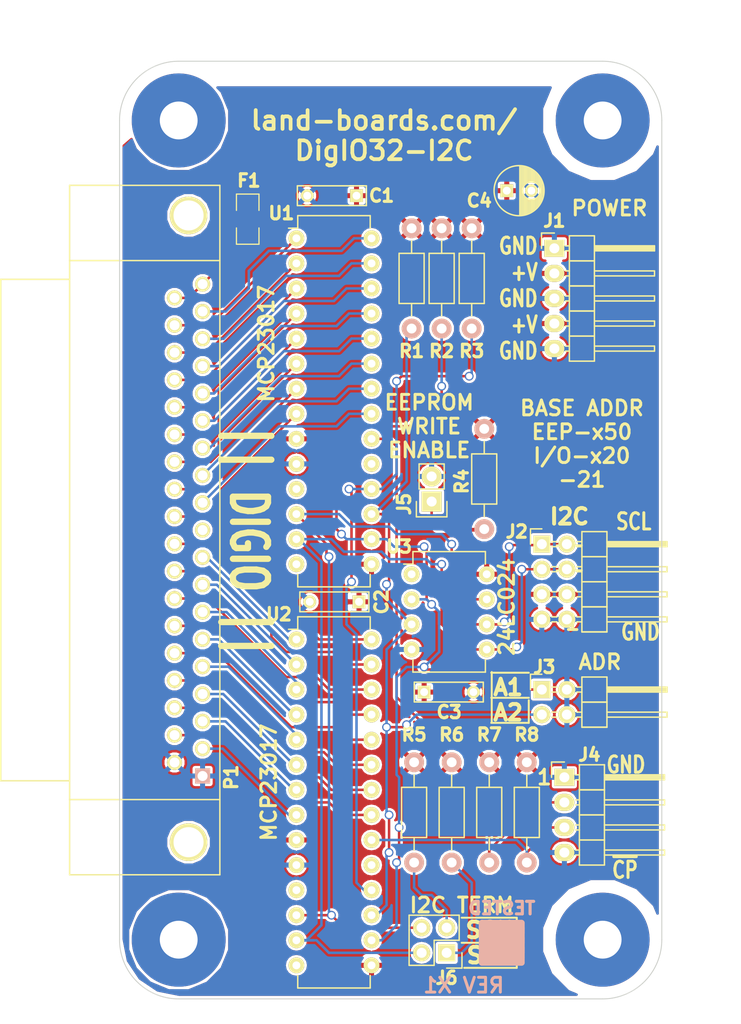
<source format=kicad_pcb>
(kicad_pcb (version 4) (host pcbnew "(after 2015-mar-04 BZR unknown)-product")
  (title_block (title "8-Channel Opto-Isolated Output I2C") (rev X1) (company land-boards.com))
  (layers (0 F.Cu signal) (31 B.Cu signal) (36 B.SilkS user) (37 F.SilkS user) (38 B.Mask user) (39 F.Mask user) (44 Edge.Cuts user))
  (net 0 "")
  (net 1 /A1)
  (net 2 /A2)
  (net 3 /SCL)
  (net 4 /SDA)
  (net 5 /VCC)
  (net 6 GND)
  (net 7 /RST)
  (net 8 /F5V)
  (net 9 "Net-(J6-Pad1)")
  (net 10 "Net-(J6-Pad3)")
  (net 11 /INT0)
  (net 12 /INT1)
  (net 13 "Net-(J5-Pad1)")
  (net 14 "Net-(P1-Pad2)")
  (net 15 "Net-(P1-Pad3)")
  (net 16 "Net-(P1-Pad4)")
  (net 17 "Net-(P1-Pad5)")
  (net 18 "Net-(P1-Pad6)")
  (net 19 "Net-(P1-Pad7)")
  (net 20 "Net-(P1-Pad8)")
  (net 21 "Net-(P1-Pad9)")
  (net 22 "Net-(P1-Pad11)")
  (net 23 "Net-(P1-Pad12)")
  (net 24 "Net-(P1-Pad13)")
  (net 25 "Net-(P1-Pad14)")
  (net 26 "Net-(P1-Pad15)")
  (net 27 "Net-(P1-Pad16)")
  (net 28 "Net-(P1-Pad17)")
  (net 29 "Net-(P1-Pad18)")
  (net 30 "Net-(P1-Pad21)")
  (net 31 "Net-(P1-Pad22)")
  (net 32 "Net-(P1-Pad23)")
  (net 33 "Net-(P1-Pad24)")
  (net 34 "Net-(P1-Pad25)")
  (net 35 "Net-(P1-Pad26)")
  (net 36 "Net-(P1-Pad27)")
  (net 37 "Net-(P1-Pad28)")
  (net 38 "Net-(P1-Pad29)")
  (net 39 "Net-(P1-Pad30)")
  (net 40 "Net-(P1-Pad31)")
  (net 41 "Net-(P1-Pad32)")
  (net 42 "Net-(P1-Pad33)")
  (net 43 "Net-(P1-Pad34)")
  (net 44 "Net-(P1-Pad35)")
  (net 45 "Net-(P1-Pad36)")
  (module MTG-6-32 (layer F.Cu) (at 16 16 180)
    (fp_text reference MTG4 hide)
    (fp_text value MTG_HOLE hide)
    (pad 1 thru_hole circle (at 0 0 180) (size 9.525 9.525) (drill 3.8354) (layers *.Cu *.Mask))
  )
  (module MTG-6-32 (layer F.Cu) (at 59 16 180)
    (fp_text reference MTG3 hide)
    (fp_text value MTG_HOLE hide)
    (pad 1 thru_hole circle (at 0 0 180) (size 9.525 9.525) (drill 3.8354) (layers *.Cu *.Mask) (clearance 1.27))
  )
  (module MTG-6-32 (layer F.Cu) (at 16 99 180)
    (fp_text reference MTG2 hide)
    (fp_text value MTG_HOLE hide)
    (pad 1 thru_hole circle (at 0 0 180) (size 9.525 9.525) (drill 3.8354) (layers *.Cu *.Mask))
  )
  (module MTG-6-32 (layer F.Cu) (at 59 99 180)
    (fp_text reference MTG1 hide)
    (fp_text value MTG_HOLE hide)
    (pad 1 thru_hole circle (at 0 0 180) (size 9.525 9.525) (drill 3.8354) (layers *.Cu *.Mask) (clearance 1.27))
  )
  (module SM1206 (layer F.Cu) (at 23 26 270)
    (fp_text reference F1 (at -3.902 -0.114 360) (layer F.SilkS) (effects (font (size 1.27 1.27) (thickness 0.3175))))
    (fp_text value FUSE hide)
    (pad 1 smd rect (at -1.651 0 270) (size 1.524 2.032) (layers F.Cu F.Mask) (net 5 /VCC))
    (pad 2 smd rect (at 1.651 0 270) (size 1.524 2.032) (layers F.Cu F.Mask) (net 8 /F5V))
  )
  (module Pin_Headers:Pin_Header_Straight_1x02 (layer F.Cu) (at 41.656 54.61 180)
    (fp_text reference J5 (at 2.794 -0.254 270) (layer F.SilkS) (effects (font (size 1.27 1.27) (thickness 0.3175))))
    (fp_text value CONN_01X02 hide)
    (pad 1 thru_hole rect (at 0 0 180) (size 2.032 2.032) (drill 1.016) (layers *.Cu *.Mask F.SilkS) (net 13 "Net-(J5-Pad1)"))
    (pad 2 thru_hole oval (at 0 2.54 180) (size 2.032 2.032) (drill 1.016) (layers *.Cu *.Mask F.SilkS) (net 6 GND))
  )
  (module Capacitors_ThroughHole:C_Rect_L7_W2_P5 (layer F.Cu) (at 34.036 23.622 180)
    (fp_text reference C1 (at -2.54 0 180) (layer F.SilkS) (effects (font (size 1.27 1.27) (thickness 0.3175))))
    (fp_text value 0.1uF hide)
    (pad 1 thru_hole rect (at 0 0 180) (size 1.3 1.3) (drill 0.8) (layers *.Cu *.Mask F.SilkS) (net 5 /VCC))
    (pad 2 thru_hole circle (at 5 0 180) (size 1.3 1.3) (drill 0.8) (layers *.Cu *.Mask F.SilkS) (net 6 GND))
  )
  (module Capacitors_ThroughHole:C_Rect_L7_W2_P5 (layer F.Cu) (at 34.29 64.77 180)
    (fp_text reference C2 (at -2.286 0 270) (layer F.SilkS) (effects (font (size 1.27 1.27) (thickness 0.3175))))
    (fp_text value 0.1uF hide)
    (pad 1 thru_hole rect (at 0 0 180) (size 1.3 1.3) (drill 0.8) (layers *.Cu *.Mask F.SilkS) (net 5 /VCC))
    (pad 2 thru_hole circle (at 5 0 180) (size 1.3 1.3) (drill 0.8) (layers *.Cu *.Mask F.SilkS) (net 6 GND))
  )
  (module Connect:DB37FC (layer F.Cu) (at 17 57.5 90)
    (fp_text reference P1 (at -25.05 4.336 90) (layer F.SilkS) (effects (font (size 1.27 1.27) (thickness 0.3175))))
    (fp_text value DB37 hide)
    (pad 1 thru_hole rect (at -24.9174 1.4224 270) (size 1.524 1.524) (drill 1.016) (layers *.Cu *.SilkS *.Mask) (net 6 GND))
    (pad 2 thru_hole circle (at -22.1488 1.4224 270) (size 1.524 1.524) (drill 1.016) (layers *.Cu *.Mask F.SilkS) (net 14 "Net-(P1-Pad2)"))
    (pad 3 thru_hole circle (at -19.3802 1.4224 270) (size 1.524 1.524) (drill 1.016) (layers *.Cu *.Mask F.SilkS) (net 15 "Net-(P1-Pad3)"))
    (pad 4 thru_hole circle (at -16.6116 1.4224 270) (size 1.524 1.524) (drill 1.016) (layers *.Cu *.Mask F.SilkS) (net 16 "Net-(P1-Pad4)"))
    (pad 5 thru_hole circle (at -13.843 1.4224 270) (size 1.524 1.524) (drill 1.016) (layers *.Cu *.Mask F.SilkS) (net 17 "Net-(P1-Pad5)"))
    (pad 6 thru_hole circle (at -11.0744 1.4224 270) (size 1.524 1.524) (drill 1.016) (layers *.Cu *.Mask F.SilkS) (net 18 "Net-(P1-Pad6)"))
    (pad 7 thru_hole circle (at -8.3058 1.4224 270) (size 1.524 1.524) (drill 1.016) (layers *.Cu *.Mask F.SilkS) (net 19 "Net-(P1-Pad7)"))
    (pad 8 thru_hole circle (at -5.5372 1.4224 270) (size 1.524 1.524) (drill 1.016) (layers *.Cu *.Mask F.SilkS) (net 20 "Net-(P1-Pad8)"))
    (pad 9 thru_hole circle (at -2.7686 1.4224 270) (size 1.524 1.524) (drill 1.016) (layers *.Cu *.Mask F.SilkS) (net 21 "Net-(P1-Pad9)"))
    (pad ? thru_hole circle (at -31.623 0 270) (size 3.81 3.81) (drill 3.048) (layers *.Cu *.Mask F.SilkS))
    (pad ? thru_hole circle (at 31.877 0 270) (size 3.81 3.81) (drill 3.048) (layers *.Cu *.Mask F.SilkS))
    (pad 10 thru_hole circle (at 0 1.4224 270) (size 1.524 1.524) (drill 1.016) (layers *.Cu *.Mask F.SilkS))
    (pad 11 thru_hole circle (at 2.7686 1.4224 270) (size 1.524 1.524) (drill 1.016) (layers *.Cu *.Mask F.SilkS) (net 22 "Net-(P1-Pad11)"))
    (pad 12 thru_hole circle (at 5.5372 1.4224 270) (size 1.524 1.524) (drill 1.016) (layers *.Cu *.Mask F.SilkS) (net 23 "Net-(P1-Pad12)"))
    (pad 13 thru_hole circle (at 8.3058 1.4224 270) (size 1.524 1.524) (drill 1.016) (layers *.Cu *.Mask F.SilkS) (net 24 "Net-(P1-Pad13)"))
    (pad 14 thru_hole circle (at 11.0744 1.4224 270) (size 1.524 1.524) (drill 1.016) (layers *.Cu *.Mask F.SilkS) (net 25 "Net-(P1-Pad14)"))
    (pad 15 thru_hole circle (at 13.843 1.4224 270) (size 1.524 1.524) (drill 1.016) (layers *.Cu *.Mask F.SilkS) (net 26 "Net-(P1-Pad15)"))
    (pad 16 thru_hole circle (at 16.6116 1.4224 270) (size 1.524 1.524) (drill 1.016) (layers *.Cu *.Mask F.SilkS) (net 27 "Net-(P1-Pad16)"))
    (pad 17 thru_hole circle (at 19.3802 1.4224 270) (size 1.524 1.524) (drill 1.016) (layers *.Cu *.Mask F.SilkS) (net 28 "Net-(P1-Pad17)"))
    (pad 18 thru_hole circle (at 22.1488 1.4224 270) (size 1.524 1.524) (drill 1.016) (layers *.Cu *.Mask F.SilkS) (net 29 "Net-(P1-Pad18)"))
    (pad 19 thru_hole circle (at 24.9174 1.4224 270) (size 1.524 1.524) (drill 1.016) (layers *.Cu *.Mask F.SilkS) (net 8 /F5V))
    (pad 20 thru_hole circle (at -23.5458 -1.4224 270) (size 1.524 1.524) (drill 1.016) (layers *.Cu *.Mask F.SilkS) (net 6 GND))
    (pad 21 thru_hole circle (at -20.7772 -1.4224 270) (size 1.524 1.524) (drill 1.016) (layers *.Cu *.Mask F.SilkS) (net 30 "Net-(P1-Pad21)"))
    (pad 22 thru_hole circle (at -18.0086 -1.4224 270) (size 1.524 1.524) (drill 1.016) (layers *.Cu *.Mask F.SilkS) (net 31 "Net-(P1-Pad22)"))
    (pad 23 thru_hole circle (at -15.24 -1.4224 270) (size 1.524 1.524) (drill 1.016) (layers *.Cu *.Mask F.SilkS) (net 32 "Net-(P1-Pad23)"))
    (pad 24 thru_hole circle (at -12.4714 -1.4224 270) (size 1.524 1.524) (drill 1.016) (layers *.Cu *.Mask F.SilkS) (net 33 "Net-(P1-Pad24)"))
    (pad 25 thru_hole circle (at -9.7028 -1.4224 270) (size 1.524 1.524) (drill 1.016) (layers *.Cu *.Mask F.SilkS) (net 34 "Net-(P1-Pad25)"))
    (pad 26 thru_hole circle (at -6.9342 -1.4224 270) (size 1.524 1.524) (drill 1.016) (layers *.Cu *.Mask F.SilkS) (net 35 "Net-(P1-Pad26)"))
    (pad 27 thru_hole circle (at -4.1656 -1.4224 270) (size 1.524 1.524) (drill 1.016) (layers *.Cu *.Mask F.SilkS) (net 36 "Net-(P1-Pad27)"))
    (pad 28 thru_hole circle (at -1.397 -1.4224 270) (size 1.524 1.524) (drill 1.016) (layers *.Cu *.Mask F.SilkS) (net 37 "Net-(P1-Pad28)"))
    (pad 29 thru_hole circle (at 1.3716 -1.4224 270) (size 1.524 1.524) (drill 1.016) (layers *.Cu *.Mask F.SilkS) (net 38 "Net-(P1-Pad29)"))
    (pad 30 thru_hole circle (at 4.1402 -1.4224 270) (size 1.524 1.524) (drill 1.016) (layers *.Cu *.Mask F.SilkS) (net 39 "Net-(P1-Pad30)"))
    (pad 31 thru_hole circle (at 6.9088 -1.4224 270) (size 1.524 1.524) (drill 1.016) (layers *.Cu *.Mask F.SilkS) (net 40 "Net-(P1-Pad31)"))
    (pad 32 thru_hole circle (at 9.6774 -1.4224 270) (size 1.524 1.524) (drill 1.016) (layers *.Cu *.Mask F.SilkS) (net 41 "Net-(P1-Pad32)"))
    (pad 33 thru_hole circle (at 12.446 -1.4224 270) (size 1.524 1.524) (drill 1.016) (layers *.Cu *.Mask F.SilkS) (net 42 "Net-(P1-Pad33)"))
    (pad 34 thru_hole circle (at 15.2146 -1.4224 270) (size 1.524 1.524) (drill 1.016) (layers *.Cu *.Mask F.SilkS) (net 43 "Net-(P1-Pad34)"))
    (pad 35 thru_hole circle (at 17.9832 -1.4224 270) (size 1.524 1.524) (drill 1.016) (layers *.Cu *.Mask F.SilkS) (net 44 "Net-(P1-Pad35)"))
    (pad 36 thru_hole circle (at 20.7518 -1.4224 270) (size 1.524 1.524) (drill 1.016) (layers *.Cu *.Mask F.SilkS) (net 45 "Net-(P1-Pad36)"))
    (pad 37 thru_hole circle (at 23.5204 -1.4224 270) (size 1.524 1.524) (drill 1.016) (layers *.Cu *.Mask F.SilkS) (net 8 /F5V))
  )
  (module Housings_DIP:DIP-28_W7.62mm (layer F.Cu) (at 27.94 68.58)
    (fp_text reference U2 (at -1.778 -2.54) (layer F.SilkS) (effects (font (size 1.27 1.27) (thickness 0.3175))))
    (fp_text value MCP23017P hide)
    (pad 1 thru_hole oval (at 0 0) (size 1.6 1.6) (drill 0.8) (layers *.Cu *.Mask F.SilkS) (net 21 "Net-(P1-Pad9)"))
    (pad 2 thru_hole oval (at 0 2.54) (size 1.6 1.6) (drill 0.8) (layers *.Cu *.Mask F.SilkS) (net 20 "Net-(P1-Pad8)"))
    (pad 3 thru_hole oval (at 0 5.08) (size 1.6 1.6) (drill 0.8) (layers *.Cu *.Mask F.SilkS) (net 19 "Net-(P1-Pad7)"))
    (pad 4 thru_hole oval (at 0 7.62) (size 1.6 1.6) (drill 0.8) (layers *.Cu *.Mask F.SilkS) (net 18 "Net-(P1-Pad6)"))
    (pad 5 thru_hole oval (at 0 10.16) (size 1.6 1.6) (drill 0.8) (layers *.Cu *.Mask F.SilkS) (net 17 "Net-(P1-Pad5)"))
    (pad 6 thru_hole oval (at 0 12.7) (size 1.6 1.6) (drill 0.8) (layers *.Cu *.Mask F.SilkS) (net 16 "Net-(P1-Pad4)"))
    (pad 7 thru_hole oval (at 0 15.24) (size 1.6 1.6) (drill 0.8) (layers *.Cu *.Mask F.SilkS) (net 15 "Net-(P1-Pad3)"))
    (pad 8 thru_hole oval (at 0 17.78) (size 1.6 1.6) (drill 0.8) (layers *.Cu *.Mask F.SilkS) (net 14 "Net-(P1-Pad2)"))
    (pad 9 thru_hole oval (at 0 20.32) (size 1.6 1.6) (drill 0.8) (layers *.Cu *.Mask F.SilkS) (net 5 /VCC))
    (pad 10 thru_hole oval (at 0 22.86) (size 1.6 1.6) (drill 0.8) (layers *.Cu *.Mask F.SilkS) (net 6 GND))
    (pad 11 thru_hole oval (at 0 25.4) (size 1.6 1.6) (drill 0.8) (layers *.Cu *.Mask F.SilkS))
    (pad 12 thru_hole oval (at 0 27.94) (size 1.6 1.6) (drill 0.8) (layers *.Cu *.Mask F.SilkS) (net 3 /SCL))
    (pad 13 thru_hole oval (at 0 30.48) (size 1.6 1.6) (drill 0.8) (layers *.Cu *.Mask F.SilkS) (net 4 /SDA))
    (pad 14 thru_hole oval (at 0 33.02) (size 1.6 1.6) (drill 0.8) (layers *.Cu *.Mask F.SilkS))
    (pad 15 thru_hole oval (at 7.62 33.02) (size 1.6 1.6) (drill 0.8) (layers *.Cu *.Mask F.SilkS) (net 5 /VCC))
    (pad 16 thru_hole oval (at 7.62 30.48) (size 1.6 1.6) (drill 0.8) (layers *.Cu *.Mask F.SilkS) (net 1 /A1))
    (pad 17 thru_hole oval (at 7.62 27.94) (size 1.6 1.6) (drill 0.8) (layers *.Cu *.Mask F.SilkS) (net 2 /A2))
    (pad 18 thru_hole oval (at 7.62 25.4) (size 1.6 1.6) (drill 0.8) (layers *.Cu *.Mask F.SilkS) (net 7 /RST))
    (pad 19 thru_hole oval (at 7.62 22.86) (size 1.6 1.6) (drill 0.8) (layers *.Cu *.Mask F.SilkS))
    (pad 20 thru_hole oval (at 7.62 20.32) (size 1.6 1.6) (drill 0.8) (layers *.Cu *.Mask F.SilkS) (net 11 /INT0))
    (pad 21 thru_hole oval (at 7.62 17.78) (size 1.6 1.6) (drill 0.8) (layers *.Cu *.Mask F.SilkS) (net 30 "Net-(P1-Pad21)"))
    (pad 22 thru_hole oval (at 7.62 15.24) (size 1.6 1.6) (drill 0.8) (layers *.Cu *.Mask F.SilkS) (net 31 "Net-(P1-Pad22)"))
    (pad 23 thru_hole oval (at 7.62 12.7) (size 1.6 1.6) (drill 0.8) (layers *.Cu *.Mask F.SilkS) (net 32 "Net-(P1-Pad23)"))
    (pad 24 thru_hole oval (at 7.62 10.16) (size 1.6 1.6) (drill 0.8) (layers *.Cu *.Mask F.SilkS) (net 33 "Net-(P1-Pad24)"))
    (pad 25 thru_hole oval (at 7.62 7.62) (size 1.6 1.6) (drill 0.8) (layers *.Cu *.Mask F.SilkS) (net 34 "Net-(P1-Pad25)"))
    (pad 26 thru_hole oval (at 7.62 5.08) (size 1.6 1.6) (drill 0.8) (layers *.Cu *.Mask F.SilkS) (net 35 "Net-(P1-Pad26)"))
    (pad 27 thru_hole oval (at 7.62 2.54) (size 1.6 1.6) (drill 0.8) (layers *.Cu *.Mask F.SilkS) (net 36 "Net-(P1-Pad27)"))
    (pad 28 thru_hole oval (at 7.62 0) (size 1.6 1.6) (drill 0.8) (layers *.Cu *.Mask F.SilkS) (net 37 "Net-(P1-Pad28)"))
  )
  (module Housings_DIP:DIP-28_W7.62mm (layer F.Cu) (at 27.94 27.94)
    (fp_text reference U1 (at -1.524 -2.54) (layer F.SilkS) (effects (font (size 1.27 1.27) (thickness 0.3175))))
    (fp_text value MCP23017P hide)
    (pad 1 thru_hole oval (at 0 0) (size 1.6 1.6) (drill 0.8) (layers *.Cu *.Mask F.SilkS) (net 45 "Net-(P1-Pad36)"))
    (pad 2 thru_hole oval (at 0 2.54) (size 1.6 1.6) (drill 0.8) (layers *.Cu *.Mask F.SilkS) (net 44 "Net-(P1-Pad35)"))
    (pad 3 thru_hole oval (at 0 5.08) (size 1.6 1.6) (drill 0.8) (layers *.Cu *.Mask F.SilkS) (net 43 "Net-(P1-Pad34)"))
    (pad 4 thru_hole oval (at 0 7.62) (size 1.6 1.6) (drill 0.8) (layers *.Cu *.Mask F.SilkS) (net 42 "Net-(P1-Pad33)"))
    (pad 5 thru_hole oval (at 0 10.16) (size 1.6 1.6) (drill 0.8) (layers *.Cu *.Mask F.SilkS) (net 41 "Net-(P1-Pad32)"))
    (pad 6 thru_hole oval (at 0 12.7) (size 1.6 1.6) (drill 0.8) (layers *.Cu *.Mask F.SilkS) (net 40 "Net-(P1-Pad31)"))
    (pad 7 thru_hole oval (at 0 15.24) (size 1.6 1.6) (drill 0.8) (layers *.Cu *.Mask F.SilkS) (net 39 "Net-(P1-Pad30)"))
    (pad 8 thru_hole oval (at 0 17.78) (size 1.6 1.6) (drill 0.8) (layers *.Cu *.Mask F.SilkS) (net 38 "Net-(P1-Pad29)"))
    (pad 9 thru_hole oval (at 0 20.32) (size 1.6 1.6) (drill 0.8) (layers *.Cu *.Mask F.SilkS) (net 5 /VCC))
    (pad 10 thru_hole oval (at 0 22.86) (size 1.6 1.6) (drill 0.8) (layers *.Cu *.Mask F.SilkS) (net 6 GND))
    (pad 11 thru_hole oval (at 0 25.4) (size 1.6 1.6) (drill 0.8) (layers *.Cu *.Mask F.SilkS))
    (pad 12 thru_hole oval (at 0 27.94) (size 1.6 1.6) (drill 0.8) (layers *.Cu *.Mask F.SilkS) (net 3 /SCL))
    (pad 13 thru_hole oval (at 0 30.48) (size 1.6 1.6) (drill 0.8) (layers *.Cu *.Mask F.SilkS) (net 4 /SDA))
    (pad 14 thru_hole oval (at 0 33.02) (size 1.6 1.6) (drill 0.8) (layers *.Cu *.Mask F.SilkS))
    (pad 15 thru_hole oval (at 7.62 33.02) (size 1.6 1.6) (drill 0.8) (layers *.Cu *.Mask F.SilkS) (net 5 /VCC))
    (pad 16 thru_hole oval (at 7.62 30.48) (size 1.6 1.6) (drill 0.8) (layers *.Cu *.Mask F.SilkS) (net 1 /A1))
    (pad 17 thru_hole oval (at 7.62 27.94) (size 1.6 1.6) (drill 0.8) (layers *.Cu *.Mask F.SilkS) (net 2 /A2))
    (pad 18 thru_hole oval (at 7.62 25.4) (size 1.6 1.6) (drill 0.8) (layers *.Cu *.Mask F.SilkS) (net 7 /RST))
    (pad 19 thru_hole oval (at 7.62 22.86) (size 1.6 1.6) (drill 0.8) (layers *.Cu *.Mask F.SilkS))
    (pad 20 thru_hole oval (at 7.62 20.32) (size 1.6 1.6) (drill 0.8) (layers *.Cu *.Mask F.SilkS) (net 12 /INT1))
    (pad 21 thru_hole oval (at 7.62 17.78) (size 1.6 1.6) (drill 0.8) (layers *.Cu *.Mask F.SilkS) (net 22 "Net-(P1-Pad11)"))
    (pad 22 thru_hole oval (at 7.62 15.24) (size 1.6 1.6) (drill 0.8) (layers *.Cu *.Mask F.SilkS) (net 23 "Net-(P1-Pad12)"))
    (pad 23 thru_hole oval (at 7.62 12.7) (size 1.6 1.6) (drill 0.8) (layers *.Cu *.Mask F.SilkS) (net 24 "Net-(P1-Pad13)"))
    (pad 24 thru_hole oval (at 7.62 10.16) (size 1.6 1.6) (drill 0.8) (layers *.Cu *.Mask F.SilkS) (net 25 "Net-(P1-Pad14)"))
    (pad 25 thru_hole oval (at 7.62 7.62) (size 1.6 1.6) (drill 0.8) (layers *.Cu *.Mask F.SilkS) (net 26 "Net-(P1-Pad15)"))
    (pad 26 thru_hole oval (at 7.62 5.08) (size 1.6 1.6) (drill 0.8) (layers *.Cu *.Mask F.SilkS) (net 27 "Net-(P1-Pad16)"))
    (pad 27 thru_hole oval (at 7.62 2.54) (size 1.6 1.6) (drill 0.8) (layers *.Cu *.Mask F.SilkS) (net 28 "Net-(P1-Pad17)"))
    (pad 28 thru_hole oval (at 7.62 0) (size 1.6 1.6) (drill 0.8) (layers *.Cu *.Mask F.SilkS) (net 29 "Net-(P1-Pad18)"))
  )
  (module Housings_DIP:DIP-8_W7.62mm (layer F.Cu) (at 39.624 61.976)
    (fp_text reference U3 (at -1.27 -2.794) (layer F.SilkS) (effects (font (size 1.27 1.27) (thickness 0.3175))))
    (fp_text value 24C01 hide)
    (pad 1 thru_hole oval (at 0 0) (size 1.6 1.6) (drill 0.8) (layers *.Cu *.Mask F.SilkS))
    (pad 2 thru_hole oval (at 0 2.54) (size 1.6 1.6) (drill 0.8) (layers *.Cu *.Mask F.SilkS) (net 1 /A1))
    (pad 3 thru_hole oval (at 0 5.08) (size 1.6 1.6) (drill 0.8) (layers *.Cu *.Mask F.SilkS) (net 2 /A2))
    (pad 4 thru_hole oval (at 0 7.62) (size 1.6 1.6) (drill 0.8) (layers *.Cu *.Mask F.SilkS) (net 6 GND))
    (pad 5 thru_hole oval (at 7.62 7.62) (size 1.6 1.6) (drill 0.8) (layers *.Cu *.Mask F.SilkS) (net 4 /SDA))
    (pad 6 thru_hole oval (at 7.62 5.08) (size 1.6 1.6) (drill 0.8) (layers *.Cu *.Mask F.SilkS) (net 3 /SCL))
    (pad 7 thru_hole oval (at 7.62 2.54) (size 1.6 1.6) (drill 0.8) (layers *.Cu *.Mask F.SilkS) (net 13 "Net-(J5-Pad1)"))
    (pad 8 thru_hole oval (at 7.62 0) (size 1.6 1.6) (drill 0.8) (layers *.Cu *.Mask F.SilkS) (net 5 /VCC))
  )
  (module Pin_Headers:Pin_Header_Angled_2x04 (layer F.Cu) (at 52.832 58.928)
    (fp_text reference J2 (at -2.54 -1.27) (layer F.SilkS) (effects (font (size 1.27 1.27) (thickness 0.3175))))
    (fp_text value CONN_02X04 hide)
    (pad 1 thru_hole rect (at 0 0) (size 1.7272 1.7272) (drill 1.016) (layers *.Cu *.Mask F.SilkS) (net 3 /SCL))
    (pad 2 thru_hole oval (at 2.54 0) (size 1.7272 1.7272) (drill 1.016) (layers *.Cu *.Mask F.SilkS) (net 3 /SCL))
    (pad 3 thru_hole oval (at 0 2.54) (size 1.7272 1.7272) (drill 1.016) (layers *.Cu *.Mask F.SilkS) (net 4 /SDA))
    (pad 4 thru_hole oval (at 2.54 2.54) (size 1.7272 1.7272) (drill 1.016) (layers *.Cu *.Mask F.SilkS) (net 4 /SDA))
    (pad 5 thru_hole oval (at 0 5.08) (size 1.7272 1.7272) (drill 1.016) (layers *.Cu *.Mask F.SilkS) (net 5 /VCC))
    (pad 6 thru_hole oval (at 2.54 5.08) (size 1.7272 1.7272) (drill 1.016) (layers *.Cu *.Mask F.SilkS) (net 5 /VCC))
    (pad 7 thru_hole oval (at 0 7.62) (size 1.7272 1.7272) (drill 1.016) (layers *.Cu *.Mask F.SilkS) (net 6 GND))
    (pad 8 thru_hole oval (at 2.54 7.62) (size 1.7272 1.7272) (drill 1.016) (layers *.Cu *.Mask F.SilkS) (net 6 GND))
  )
  (module Pin_Headers:Pin_Header_Angled_1x05 (layer F.Cu) (at 54.102 28.956)
    (fp_text reference J1 (at 0 -2.794) (layer F.SilkS) (effects (font (size 1.27 1.27) (thickness 0.3175))))
    (fp_text value CONN_01X05 hide)
    (pad 1 thru_hole rect (at 0 0) (size 2.032 1.7272) (drill 1.016) (layers *.Cu *.Mask F.SilkS) (net 6 GND))
    (pad 2 thru_hole oval (at 0 2.54) (size 2.032 1.7272) (drill 1.016) (layers *.Cu *.Mask F.SilkS) (net 5 /VCC))
    (pad 3 thru_hole oval (at 0 5.08) (size 2.032 1.7272) (drill 1.016) (layers *.Cu *.Mask F.SilkS) (net 6 GND))
    (pad 4 thru_hole oval (at 0 7.62) (size 2.032 1.7272) (drill 1.016) (layers *.Cu *.Mask F.SilkS) (net 5 /VCC))
    (pad 5 thru_hole oval (at 0 10.16) (size 2.032 1.7272) (drill 1.016) (layers *.Cu *.Mask F.SilkS) (net 6 GND))
  )
  (module Resistors_ThroughHole:Resistor_Horizontal_RM10mm (layer F.Cu) (at 43.688 91.186 90)
    (fp_text reference R6 (at 12.954 0 180) (layer F.SilkS) (effects (font (size 1.27 1.27) (thickness 0.3175))))
    (fp_text value 2.2K hide)
    (pad 1 thru_hole circle (at 0 0 90) (size 1.99898 1.99898) (drill 1.00076) (layers *.Cu *.SilkS *.Mask) (net 9 "Net-(J6-Pad1)"))
    (pad 2 thru_hole circle (at 10.16 0 90) (size 1.99898 1.99898) (drill 1.00076) (layers *.Cu *.SilkS *.Mask) (net 5 /VCC))
  )
  (module Resistors_ThroughHole:Resistor_Horizontal_RM10mm (layer F.Cu) (at 39.878 91.186 90)
    (fp_text reference R5 (at 12.954 0 180) (layer F.SilkS) (effects (font (size 1.27 1.27) (thickness 0.3175))))
    (fp_text value 2.2K hide)
    (pad 1 thru_hole circle (at 0 0 90) (size 1.99898 1.99898) (drill 1.00076) (layers *.Cu *.SilkS *.Mask) (net 10 "Net-(J6-Pad3)"))
    (pad 2 thru_hole circle (at 10.16 0 90) (size 1.99898 1.99898) (drill 1.00076) (layers *.Cu *.SilkS *.Mask) (net 5 /VCC))
  )
  (module Resistors_ThroughHole:Resistor_Horizontal_RM10mm (layer F.Cu) (at 47.498 91.186 90)
    (fp_text reference R7 (at 12.954 0 180) (layer F.SilkS) (effects (font (size 1.27 1.27) (thickness 0.3175))))
    (fp_text value 10K hide)
    (pad 1 thru_hole circle (at 0 0 90) (size 1.99898 1.99898) (drill 1.00076) (layers *.Cu *.SilkS *.Mask) (net 12 /INT1))
    (pad 2 thru_hole circle (at 10.16 0 90) (size 1.99898 1.99898) (drill 1.00076) (layers *.Cu *.SilkS *.Mask) (net 5 /VCC))
  )
  (module Resistors_ThroughHole:Resistor_Horizontal_RM10mm (layer F.Cu) (at 45.72 37.084 90)
    (fp_text reference R3 (at -2.286 0 180) (layer F.SilkS) (effects (font (size 1.27 1.27) (thickness 0.3175))))
    (fp_text value 10K hide)
    (pad 1 thru_hole circle (at 0 0 90) (size 1.99898 1.99898) (drill 1.00076) (layers *.Cu *.SilkS *.Mask) (net 7 /RST))
    (pad 2 thru_hole circle (at 10.16 0 90) (size 1.99898 1.99898) (drill 1.00076) (layers *.Cu *.SilkS *.Mask) (net 5 /VCC))
  )
  (module Resistors_ThroughHole:Resistor_Horizontal_RM10mm (layer F.Cu) (at 46.99 57.404 90)
    (fp_text reference R4 (at 4.826 -2.286 270) (layer F.SilkS) (effects (font (size 1.27 1.27) (thickness 0.3175))))
    (fp_text value 1K hide)
    (pad 1 thru_hole circle (at 0 0 90) (size 1.99898 1.99898) (drill 1.00076) (layers *.Cu *.SilkS *.Mask) (net 13 "Net-(J5-Pad1)"))
    (pad 2 thru_hole circle (at 10.16 0 90) (size 1.99898 1.99898) (drill 1.00076) (layers *.Cu *.SilkS *.Mask) (net 5 /VCC))
  )
  (module Resistors_ThroughHole:Resistor_Horizontal_RM10mm (layer F.Cu) (at 39.624 37.084 90)
    (fp_text reference R1 (at -2.286 0 180) (layer F.SilkS) (effects (font (size 1.27 1.27) (thickness 0.3175))))
    (fp_text value 10K hide)
    (pad 1 thru_hole circle (at 0 0 90) (size 1.99898 1.99898) (drill 1.00076) (layers *.Cu *.SilkS *.Mask) (net 2 /A2))
    (pad 2 thru_hole circle (at 10.16 0 90) (size 1.99898 1.99898) (drill 1.00076) (layers *.Cu *.SilkS *.Mask) (net 5 /VCC))
  )
  (module Resistors_ThroughHole:Resistor_Horizontal_RM10mm (layer F.Cu) (at 51.308 91.186 90)
    (fp_text reference R8 (at 12.954 0 180) (layer F.SilkS) (effects (font (size 1.27 1.27) (thickness 0.3175))))
    (fp_text value 10K hide)
    (pad 1 thru_hole circle (at 0 0 90) (size 1.99898 1.99898) (drill 1.00076) (layers *.Cu *.SilkS *.Mask) (net 11 /INT0))
    (pad 2 thru_hole circle (at 10.16 0 90) (size 1.99898 1.99898) (drill 1.00076) (layers *.Cu *.SilkS *.Mask) (net 5 /VCC))
  )
  (module Resistors_ThroughHole:Resistor_Horizontal_RM10mm (layer F.Cu) (at 42.672 37.084 90)
    (fp_text reference R2 (at -2.286 0 180) (layer F.SilkS) (effects (font (size 1.27 1.27) (thickness 0.3175))))
    (fp_text value 10K hide)
    (pad 1 thru_hole circle (at 0 0 90) (size 1.99898 1.99898) (drill 1.00076) (layers *.Cu *.SilkS *.Mask) (net 1 /A1))
    (pad 2 thru_hole circle (at 10.16 0 90) (size 1.99898 1.99898) (drill 1.00076) (layers *.Cu *.SilkS *.Mask) (net 5 /VCC))
  )
  (module Pin_Headers:Pin_Header_Angled_1x04 (layer F.Cu) (at 55.118 82.55)
    (fp_text reference J4 (at 2.54 -2.286) (layer F.SilkS) (effects (font (size 1.27 1.27) (thickness 0.3175))))
    (fp_text value CONN_01X04 hide)
    (pad 1 thru_hole rect (at 0 0) (size 2.032 1.7272) (drill 1.016) (layers *.Cu *.Mask F.SilkS) (net 6 GND))
    (pad 2 thru_hole oval (at 0 2.54) (size 2.032 1.7272) (drill 1.016) (layers *.Cu *.Mask F.SilkS) (net 12 /INT1))
    (pad 3 thru_hole oval (at 0 5.08) (size 2.032 1.7272) (drill 1.016) (layers *.Cu *.Mask F.SilkS) (net 11 /INT0))
    (pad 4 thru_hole oval (at 0 7.62) (size 2.032 1.7272) (drill 1.016) (layers *.Cu *.Mask F.SilkS) (net 6 GND))
  )
  (module Capacitors_ThroughHole:C_Rect_L7_W2_P5 (layer F.Cu) (at 40.894 73.914)
    (fp_text reference C3 (at 2.54 2.032) (layer F.SilkS) (effects (font (size 1.27 1.27) (thickness 0.3175))))
    (fp_text value 0.1uF hide)
    (pad 1 thru_hole rect (at 0 0) (size 1.3 1.3) (drill 0.8) (layers *.Cu *.Mask F.SilkS) (net 5 /VCC))
    (pad 2 thru_hole circle (at 5 0) (size 1.3 1.3) (drill 0.8) (layers *.Cu *.Mask F.SilkS) (net 6 GND))
  )
  (module Pin_Headers:Pin_Header_Angled_2x02 (layer F.Cu) (at 52.832 73.66)
    (fp_text reference J3 (at 0.254 -2.286) (layer F.SilkS) (effects (font (size 1.27 1.27) (thickness 0.3175))))
    (fp_text value CONN_02X02 hide)
    (pad 1 thru_hole rect (at 0 0) (size 1.7272 1.7272) (drill 1.016) (layers *.Cu *.Mask F.SilkS) (net 1 /A1))
    (pad 2 thru_hole oval (at 2.54 0) (size 1.7272 1.7272) (drill 1.016) (layers *.Cu *.Mask F.SilkS) (net 6 GND))
    (pad 3 thru_hole oval (at 0 2.54) (size 1.7272 1.7272) (drill 1.016) (layers *.Cu *.Mask F.SilkS) (net 2 /A2))
    (pad 4 thru_hole oval (at 2.54 2.54) (size 1.7272 1.7272) (drill 1.016) (layers *.Cu *.Mask F.SilkS) (net 6 GND))
  )
  (module Pin_Headers:Pin_Header_Straight_2x02 (layer F.Cu) (at 43.18 100.33 180)
    (fp_text reference J6 (at 0 -2.54 180) (layer F.SilkS) (effects (font (size 1.27 1.27) (thickness 0.3175))))
    (fp_text value CONN_02X02 hide)
    (pad 1 thru_hole rect (at 0 0 180) (size 1.7272 1.7272) (drill 1.016) (layers *.Cu *.Mask F.SilkS) (net 9 "Net-(J6-Pad1)"))
    (pad 2 thru_hole oval (at 2.54 0 180) (size 1.7272 1.7272) (drill 1.016) (layers *.Cu *.Mask F.SilkS) (net 4 /SDA))
    (pad 3 thru_hole oval (at 0 2.54 180) (size 1.7272 1.7272) (drill 1.016) (layers *.Cu *.Mask F.SilkS) (net 10 "Net-(J6-Pad3)"))
    (pad 4 thru_hole oval (at 2.54 2.54 180) (size 1.7272 1.7272) (drill 1.016) (layers *.Cu *.Mask F.SilkS) (net 3 /SCL))
  )
  (module Capacitors_ThroughHole:C_Radial_D5_L11_P2.5 (layer F.Cu) (at 49.276 23.114)
    (fp_text reference C4 (at -2.794 1.016) (layer F.SilkS) (effects (font (size 1.27 1.27) (thickness 0.3175))))
    (fp_text value 47uF hide)
    (pad 1 thru_hole rect (at 0 0) (size 1.3 1.3) (drill 0.8) (layers *.Cu *.Mask F.SilkS) (net 5 /VCC))
    (pad 2 thru_hole circle (at 2.5 0) (size 1.3 1.3) (drill 0.8) (layers *.Cu *.Mask F.SilkS) (net 6 GND))
  )
  (module DougsNewMods:TEST_BLK-REAR (layer F.Cu) (at 48.768 99.314)
    (fp_text reference TESTED (at 0 -3.5) (layer B.SilkS) (effects (font (size 1.27 1.27) (thickness 0.3175)) (justify mirror)))
    (fp_text value TESTED_COUPON hide)
  )
  (gr_text ~CP (at 62.738 91.948) (layer F.SilkS) (effects (font (size 1.651 1.27) (thickness 0.3)) (justify right)))
  (gr_text SCL (at 60.198 56.642) (layer F.SilkS) (effects (font (size 1.651 1.27) (thickness 0.3)) (justify left)))
  (gr_line (start 50.292 99.314) (end 44.704 99.314) (angle 90) (layer F.SilkS) (width 0.2))
  (gr_line (start 50.292 101.854) (end 44.958 101.854) (angle 90) (layer F.SilkS) (width 0.2))
  (gr_line (start 50.292 96.774) (end 50.292 101.854) (angle 90) (layer F.SilkS) (width 0.2))
  (gr_line (start 44.704 96.774) (end 50.292 96.774) (angle 90) (layer F.SilkS) (width 0.2))
  (gr_line (start 47.752 71.882) (end 47.752 76.962) (angle 90) (layer F.SilkS) (width 0.2))
  (gr_text "A1\nA2" (at 49.412 74.714) (layer F.SilkS) (effects (font (size 1.5875 1.5875) (thickness 0.396875))))
  (gr_line (start 59 105) (end 16 105) (angle 90) (layer Edge.Cuts) (width 0.1))
  (gr_line (start 16 10) (end 59 10) (angle 90) (layer Edge.Cuts) (width 0.1))
  (gr_text MCP23017 (at 24.892 38.608 90) (layer F.SilkS) (effects (font (size 1.5 1.5) (thickness 0.3))))
  (gr_line (start 54.35 59.046) (end 56.89 59.046) (angle 90) (layer F.SilkS) (width 0.2))
  (gr_line (start 54.35 61.586) (end 56.89 61.586) (angle 90) (layer F.SilkS) (width 0.2))
  (gr_line (start 47.698 71.952) (end 51.508 71.952) (angle 90) (layer F.SilkS) (width 0.2))
  (gr_line (start 47.698 74.492) (end 51.508 74.492) (angle 90) (layer F.SilkS) (width 0.2))
  (gr_line (start 51.508 77.032) (end 51.508 74.746) (angle 90) (layer F.SilkS) (width 0.2))
  (gr_line (start 47.698 77.032) (end 51.508 77.032) (angle 90) (layer F.SilkS) (width 0.2))
  (gr_text POWER (at 59.69 24.892) (layer F.SilkS) (effects (font (size 1.5 1.5) (thickness 0.3))))
  (gr_text "EEPROM\nWRITE\nENABLE" (at 41.402 46.99) (layer F.SilkS) (effects (font (size 1.5 1.5) (thickness 0.3))))
  (gr_text 24LC024 (at 49.276 65.278 90) (layer F.SilkS) (effects (font (size 1.5 1.5) (thickness 0.3))))
  (gr_text MCP23017 (at 25.146 83.058 90) (layer F.SilkS) (effects (font (size 1.5 1.5) (thickness 0.3))))
  (gr_text "SCK\nSDA" (at 47.498 99.314) (layer F.SilkS) (effects (font (size 1.5875 1.5875) (thickness 0.396875))))
  (gr_text "I2C TERM" (at 44.704 95.504) (layer F.SilkS) (effects (font (size 1.5 1.5) (thickness 0.3))))
  (gr_text ADR (at 56.388 70.866) (layer F.SilkS) (effects (font (size 1.5 1.5) (thickness 0.3)) (justify left)))
  (gr_text 1 (at 53.086 82.55) (layer F.SilkS) (effects (font (size 1.5 1.5) (thickness 0.3))))
  (gr_text 1 (at 55.958 66.896) (layer F.SilkS) (effects (font (size 1.5 1.5) (thickness 0.3))))
  (gr_text "GND\n+V\nGND\n+V\nGND" (at 52.578 34.036) (layer F.SilkS) (effects (font (size 1.651 1.27) (thickness 0.3)) (justify right)))
  (gr_text GND (at 63.5 81.28) (layer F.SilkS) (effects (font (size 1.651 1.27) (thickness 0.3)) (justify right)))
  (gr_line (start 10 99) (end 10 16) (angle 90) (layer Edge.Cuts) (width 0.1))
  (gr_line (start 65 16) (end 65 99) (angle 90) (layer Edge.Cuts) (width 0.1))
  (gr_arc (start 16 99) (end 16 105) (angle 90) (layer Edge.Cuts) (width 0.1))
  (gr_arc (start 59 99) (end 65 99) (angle 90) (layer Edge.Cuts) (width 0.1))
  (gr_arc (start 59 16) (end 59 10) (angle 90) (layer Edge.Cuts) (width 0.1))
  (gr_arc (start 16 16) (end 10 16) (angle 90) (layer Edge.Cuts) (width 0.1))
  (gr_text "BASE ADDR\nEEP-x50\nI/O-x20\n-21" (at 56.896 48.768) (layer F.SilkS) (effects (font (size 1.5 1.5) (thickness 0.3))))
  (gr_text "land-boards.com/\nDigIO32-I2C" (at 36.83 17.526) (layer F.SilkS) (effects (font (size 1.905 1.905) (thickness 0.381))))
  (gr_text I2C (at 55.626 56.134) (layer F.SilkS) (effects (font (size 1.5875 1.5875) (thickness 0.396875))))
  (gr_text GND (at 60.706 67.818) (layer F.SilkS) (effects (font (size 1.651 1.27) (thickness 0.3)) (justify left)))
  (gr_text "|| DIGIO ||" (at 23.114 70.866 270) (layer F.SilkS) (effects (font (size 3.556 2.54) (thickness 0.635)) (justify right)))
  (gr_text "REV X1" (at 40.64 103.632) (layer B.SilkS) (effects (font (size 1.5 1.5) (thickness 0.3)) (justify right mirror)))
  (segment (start 42.418 69.85) (end 42.418 65.786) (width 0.254) (layer B.Cu) (net 1))
  (segment (start 40.894 71.374) (end 42.418 69.85) (width 0.254) (layer B.Cu) (net 1))
  (segment (start 42.418 65.786) (end 41.656 65.024) (width 0.254) (layer B.Cu) (net 1))
  (via (at 41.656 65.024) (size 0.889) (layers F.Cu B.Cu) (net 1))
  (segment (start 41.656 65.024) (end 41.148 64.516) (width 0.254) (layer B.Cu) (net 1))
  (segment (start 35.56 58.42) (end 33.02 58.42) (width 0.254) (layer B.Cu) (net 1))
  (segment (start 42.672 42.926) (end 42.672 37.211) (width 0.254) (layer B.Cu) (net 1))
  (via (at 42.672 42.926) (size 0.889) (layers F.Cu B.Cu) (net 1))
  (segment (start 42.672 43.688) (end 42.672 42.926) (width 0.254) (layer F.Cu) (net 1))
  (segment (start 39.37 46.99) (end 42.672 43.688) (width 0.254) (layer F.Cu) (net 1))
  (segment (start 33.274 46.99) (end 39.37 46.99) (width 0.254) (layer F.Cu) (net 1))
  (segment (start 32.004 48.26) (end 33.274 46.99) (width 0.254) (layer F.Cu) (net 1))
  (segment (start 32.004 57.404) (end 32.004 48.26) (width 0.254) (layer F.Cu) (net 1))
  (segment (start 32.512 57.912) (end 32.004 57.404) (width 0.254) (layer F.Cu) (net 1))
  (via (at 32.512 57.912) (size 0.889) (layers F.Cu B.Cu) (net 1))
  (segment (start 33.02 58.42) (end 32.512 57.912) (width 0.254) (layer B.Cu) (net 1))
  (segment (start 35.56 58.42) (end 37.084 58.42) (width 0.254) (layer B.Cu) (net 1))
  (segment (start 41.148 64.516) (end 41.656 65.024) (width 0.254) (layer F.Cu) (net 1))
  (segment (start 41.148 59.436) (end 41.148 64.516) (width 0.254) (layer F.Cu) (net 1))
  (segment (start 40.894 59.182) (end 41.148 59.436) (width 0.254) (layer F.Cu) (net 1))
  (via (at 40.894 59.182) (size 0.889) (layers F.Cu B.Cu) (net 1))
  (segment (start 37.846 59.182) (end 40.894 59.182) (width 0.254) (layer B.Cu) (net 1))
  (segment (start 37.084 58.42) (end 37.846 59.182) (width 0.254) (layer B.Cu) (net 1))
  (segment (start 41.148 64.516) (end 39.624 64.516) (width 0.254) (layer B.Cu) (net 1))
  (segment (start 38.1 72.39) (end 39.116 71.374) (width 0.254) (layer B.Cu) (net 1))
  (segment (start 36.576 99.06) (end 38.1 97.536) (width 0.254) (layer B.Cu) (net 1))
  (segment (start 38.1 97.536) (end 38.1 91.186) (width 0.254) (layer B.Cu) (net 1))
  (via (at 38.1 91.186) (size 0.889) (layers F.Cu B.Cu) (net 1))
  (segment (start 38.1 91.186) (end 38.354 90.932) (width 0.254) (layer F.Cu) (net 1))
  (segment (start 38.354 90.932) (end 38.354 87.63) (width 0.254) (layer F.Cu) (net 1))
  (via (at 38.354 87.63) (size 0.889) (layers F.Cu B.Cu) (net 1))
  (segment (start 38.354 87.63) (end 38.354 82.55) (width 0.254) (layer B.Cu) (net 1))
  (segment (start 38.354 82.55) (end 38.1 82.296) (width 0.254) (layer B.Cu) (net 1))
  (segment (start 38.1 82.296) (end 38.1 77.978) (width 0.254) (layer B.Cu) (net 1))
  (segment (start 35.56 99.06) (end 36.576 99.06) (width 0.254) (layer B.Cu) (net 1))
  (segment (start 39.116 71.374) (end 40.894 71.374) (width 0.254) (layer B.Cu) (net 1))
  (segment (start 38.1 77.978) (end 38.1 72.39) (width 0.254) (layer B.Cu) (net 1))
  (segment (start 51.054 73.66) (end 49.022 71.628) (width 0.254) (layer F.Cu) (net 1))
  (segment (start 49.022 71.628) (end 41.148 71.628) (width 0.254) (layer F.Cu) (net 1))
  (segment (start 41.148 71.628) (end 40.894 71.374) (width 0.254) (layer F.Cu) (net 1))
  (via (at 40.894 71.374) (size 0.889) (layers F.Cu B.Cu) (net 1))
  (segment (start 52.832 73.66) (end 51.054 73.66) (width 0.254) (layer F.Cu) (net 1))
  (segment (start 37.084 69.596) (end 39.624 67.056) (width 0.254) (layer B.Cu) (net 2))
  (segment (start 37.084 62.992) (end 37.084 64.516) (width 0.254) (layer B.Cu) (net 2))
  (via (at 37.084 62.992) (size 0.889) (layers F.Cu B.Cu) (net 2))
  (segment (start 37.084 62.992) (end 37.338 62.738) (width 0.254) (layer F.Cu) (net 2))
  (segment (start 37.338 62.738) (end 37.338 56.642) (width 0.254) (layer F.Cu) (net 2))
  (segment (start 37.338 56.642) (end 36.576 55.88) (width 0.254) (layer F.Cu) (net 2))
  (segment (start 36.576 55.88) (end 35.56 55.88) (width 0.254) (layer F.Cu) (net 2))
  (segment (start 37.084 64.516) (end 39.624 67.056) (width 0.254) (layer B.Cu) (net 2))
  (segment (start 35.56 55.88) (end 35.814 55.88) (width 0.254) (layer B.Cu) (net 2))
  (segment (start 35.814 55.88) (end 39.116 52.578) (width 0.254) (layer B.Cu) (net 2))
  (segment (start 39.116 52.578) (end 39.116 37.719) (width 0.254) (layer B.Cu) (net 2))
  (segment (start 39.116 37.719) (end 39.624 37.211) (width 0.254) (layer B.Cu) (net 2))
  (segment (start 35.56 96.52) (end 36.068 96.52) (width 0.254) (layer B.Cu) (net 2))
  (via (at 37.338 86.36) (size 0.889) (layers F.Cu B.Cu) (net 2))
  (segment (start 37.338 90.17) (end 37.338 86.36) (width 0.254) (layer F.Cu) (net 2))
  (via (at 37.338 90.17) (size 0.889) (layers F.Cu B.Cu) (net 2))
  (segment (start 37.084 90.424) (end 37.338 90.17) (width 0.254) (layer B.Cu) (net 2))
  (segment (start 37.084 95.504) (end 37.084 90.424) (width 0.254) (layer B.Cu) (net 2))
  (segment (start 36.068 96.52) (end 37.084 95.504) (width 0.254) (layer B.Cu) (net 2))
  (segment (start 37.084 71.628) (end 37.084 69.596) (width 0.254) (layer B.Cu) (net 2))
  (segment (start 37.084 77.47) (end 37.084 74.93) (width 0.254) (layer B.Cu) (net 2))
  (segment (start 37.338 86.36) (end 37.084 86.106) (width 0.254) (layer B.Cu) (net 2))
  (segment (start 37.084 86.106) (end 37.084 77.47) (width 0.254) (layer B.Cu) (net 2))
  (segment (start 37.084 74.93) (end 37.084 71.628) (width 0.254) (layer B.Cu) (net 2))
  (segment (start 40.132 76.2) (end 39.116 77.216) (width 0.254) (layer B.Cu) (net 2))
  (via (at 39.116 77.216) (size 0.889) (layers F.Cu B.Cu) (net 2))
  (segment (start 39.116 77.216) (end 38.862 77.47) (width 0.254) (layer F.Cu) (net 2))
  (segment (start 38.862 77.47) (end 37.084 77.47) (width 0.254) (layer F.Cu) (net 2))
  (via (at 37.084 77.47) (size 0.889) (layers F.Cu B.Cu) (net 2))
  (segment (start 52.832 76.2) (end 40.132 76.2) (width 0.254) (layer B.Cu) (net 2))
  (segment (start 52.832 58.928) (end 55.372 58.928) (width 0.254) (layer F.Cu) (net 3))
  (segment (start 27.94 96.52) (end 31.496 96.52) (width 0.254) (layer F.Cu) (net 3))
  (segment (start 31.496 96.52) (end 31.242 96.266) (width 0.254) (layer B.Cu) (net 3))
  (segment (start 31.242 96.266) (end 31.242 60.198) (width 0.254) (layer B.Cu) (net 3))
  (via (at 31.242 60.198) (size 0.889) (layers F.Cu B.Cu) (net 3))
  (segment (start 31.242 60.198) (end 30.988 59.944) (width 0.254) (layer F.Cu) (net 3))
  (segment (start 30.988 59.944) (end 30.988 58.928) (width 0.254) (layer F.Cu) (net 3))
  (segment (start 30.988 58.928) (end 27.94 55.88) (width 0.254) (layer F.Cu) (net 3))
  (via (at 31.496 96.52) (size 0.889) (layers F.Cu B.Cu) (net 3))
  (segment (start 40.386 97.536) (end 40.64 97.79) (width 0.254) (layer F.Cu) (net 3))
  (segment (start 47.244 67.056) (end 45.72 67.056) (width 0.254) (layer F.Cu) (net 3))
  (segment (start 32.258 55.88) (end 27.94 55.88) (width 0.254) (layer B.Cu) (net 3))
  (segment (start 33.528 57.15) (end 32.258 55.88) (width 0.254) (layer B.Cu) (net 3))
  (segment (start 37.338 57.15) (end 33.528 57.15) (width 0.254) (layer B.Cu) (net 3))
  (segment (start 38.1 57.912) (end 37.338 57.15) (width 0.254) (layer B.Cu) (net 3))
  (segment (start 42.672 57.912) (end 38.1 57.912) (width 0.254) (layer B.Cu) (net 3))
  (segment (start 43.688 58.928) (end 42.672 57.912) (width 0.254) (layer B.Cu) (net 3))
  (via (at 43.688 58.928) (size 0.889) (layers F.Cu B.Cu) (net 3))
  (segment (start 43.688 65.024) (end 43.688 58.928) (width 0.254) (layer F.Cu) (net 3))
  (segment (start 45.72 67.056) (end 43.688 65.024) (width 0.254) (layer F.Cu) (net 3))
  (segment (start 47.244 67.056) (end 48.768 67.056) (width 0.254) (layer F.Cu) (net 3))
  (segment (start 49.69 59.022) (end 52.91 59.022) (width 0.254) (layer F.Cu) (net 3))
  (segment (start 49.53 59.182) (end 49.69 59.022) (width 0.254) (layer F.Cu) (net 3))
  (via (at 49.53 59.182) (size 0.889) (layers F.Cu B.Cu) (net 3))
  (segment (start 49.53 66.294) (end 49.53 59.182) (width 0.254) (layer B.Cu) (net 3))
  (segment (start 49.022 66.802) (end 49.53 66.294) (width 0.254) (layer B.Cu) (net 3))
  (via (at 49.022 66.802) (size 0.889) (layers F.Cu B.Cu) (net 3))
  (segment (start 48.768 67.056) (end 49.022 66.802) (width 0.254) (layer F.Cu) (net 3))
  (segment (start 32.766 97.79) (end 31.496 96.52) (width 0.254) (layer F.Cu) (net 3))
  (segment (start 40.64 97.79) (end 32.766 97.79) (width 0.254) (layer F.Cu) (net 3))
  (segment (start 52.832 61.468) (end 55.372 61.468) (width 0.254) (layer F.Cu) (net 4))
  (segment (start 50.8 61.468) (end 52.832 61.468) (width 0.254) (layer F.Cu) (net 4))
  (segment (start 42.672 60.96) (end 41.656 60.96) (width 0.254) (layer B.Cu) (net 4))
  (segment (start 37.338 60.452) (end 36.576 59.69) (width 0.254) (layer B.Cu) (net 4))
  (segment (start 41.148 60.452) (end 37.338 60.452) (width 0.254) (layer B.Cu) (net 4))
  (segment (start 41.656 60.96) (end 41.148 60.452) (width 0.254) (layer B.Cu) (net 4))
  (segment (start 27.94 99.06) (end 29.972 99.06) (width 0.254) (layer B.Cu) (net 4))
  (segment (start 29.972 99.06) (end 31.242 100.33) (width 0.254) (layer B.Cu) (net 4))
  (segment (start 29.718 99.06) (end 27.94 99.06) (width 0.254) (layer B.Cu) (net 4))
  (segment (start 27.94 58.42) (end 28.194 58.42) (width 0.254) (layer B.Cu) (net 4))
  (segment (start 28.194 58.42) (end 30.48 60.706) (width 0.254) (layer B.Cu) (net 4))
  (segment (start 28.956 99.06) (end 27.94 99.06) (width 0.254) (layer B.Cu) (net 4))
  (segment (start 30.48 97.536) (end 28.956 99.06) (width 0.254) (layer B.Cu) (net 4))
  (segment (start 30.48 60.706) (end 30.48 97.536) (width 0.254) (layer B.Cu) (net 4))
  (segment (start 29.718 99.06) (end 27.94 99.06) (width 0.254) (layer B.Cu) (net 4))
  (segment (start 27.94 58.42) (end 31.496 58.42) (width 0.254) (layer B.Cu) (net 4))
  (segment (start 31.496 58.42) (end 32.766 59.69) (width 0.254) (layer B.Cu) (net 4))
  (segment (start 32.766 59.69) (end 36.576 59.69) (width 0.254) (layer B.Cu) (net 4))
  (segment (start 45.212 69.596) (end 47.244 69.596) (width 0.254) (layer F.Cu) (net 4))
  (segment (start 42.672 67.056) (end 45.212 69.596) (width 0.254) (layer F.Cu) (net 4))
  (segment (start 42.672 60.96) (end 42.672 67.056) (width 0.254) (layer F.Cu) (net 4))
  (via (at 42.672 60.96) (size 0.889) (layers F.Cu B.Cu) (net 4))
  (segment (start 47.244 69.596) (end 50.038 69.596) (width 0.254) (layer F.Cu) (net 4))
  (via (at 50.8 61.468) (size 0.889) (layers F.Cu B.Cu) (net 4))
  (segment (start 50.8 68.834) (end 50.8 61.468) (width 0.254) (layer B.Cu) (net 4))
  (segment (start 50.292 69.342) (end 50.8 68.834) (width 0.254) (layer B.Cu) (net 4))
  (via (at 50.292 69.342) (size 0.889) (layers F.Cu B.Cu) (net 4))
  (segment (start 50.038 69.596) (end 50.292 69.342) (width 0.254) (layer F.Cu) (net 4))
  (segment (start 31.242 100.33) (end 38.354 100.33) (width 0.254) (layer B.Cu) (net 4))
  (segment (start 38.354 100.33) (end 40.64 100.33) (width 0.254) (layer B.Cu) (net 4))
  (segment (start 33.528 62.738) (end 33.020002 63.245998) (width 0.254) (layer B.Cu) (net 7))
  (segment (start 33.020002 63.245998) (end 33.020002 67.055998) (width 0.254) (layer B.Cu) (net 7))
  (segment (start 34.036 68.071996) (end 34.036 69.342) (width 0.254) (layer B.Cu) (net 7))
  (segment (start 33.020002 67.055998) (end 34.036 68.071996) (width 0.254) (layer B.Cu) (net 7))
  (segment (start 35.56 53.34) (end 36.576 53.34) (width 0.254) (layer B.Cu) (net 7))
  (segment (start 45.72 41.656) (end 45.72 37.211) (width 0.254) (layer B.Cu) (net 7))
  (segment (start 45.466 41.91) (end 45.72 41.656) (width 0.254) (layer B.Cu) (net 7))
  (via (at 45.466 41.91) (size 0.889) (layers F.Cu B.Cu) (net 7))
  (segment (start 38.608 41.91) (end 45.466 41.91) (width 0.254) (layer F.Cu) (net 7))
  (segment (start 38.1 42.418) (end 38.608 41.91) (width 0.254) (layer F.Cu) (net 7))
  (via (at 38.1 42.418) (size 0.889) (layers F.Cu B.Cu) (net 7))
  (segment (start 38.1 51.816) (end 38.1 42.418) (width 0.254) (layer B.Cu) (net 7))
  (segment (start 36.576 53.34) (end 38.1 51.816) (width 0.254) (layer B.Cu) (net 7))
  (segment (start 35.56 93.98) (end 34.798 93.98) (width 0.254) (layer B.Cu) (net 7))
  (segment (start 34.798 93.98) (end 34.036 93.218) (width 0.254) (layer B.Cu) (net 7))
  (segment (start 34.036 93.218) (end 34.036 69.342) (width 0.254) (layer B.Cu) (net 7))
  (segment (start 35.56 53.34) (end 33.274 53.34) (width 0.254) (layer B.Cu) (net 7))
  (via (at 33.528 62.738) (size 0.889) (layers F.Cu B.Cu) (net 7))
  (segment (start 33.528 53.594) (end 33.528 62.738) (width 0.254) (layer F.Cu) (net 7))
  (segment (start 33.274 53.34) (end 33.528 53.594) (width 0.254) (layer F.Cu) (net 7))
  (via (at 33.274 53.34) (size 0.889) (layers F.Cu B.Cu) (net 7))
  (segment (start 15.5776 33.9796) (end 17.0254 33.9796) (width 0.254) (layer F.Cu) (net 8))
  (segment (start 17.0254 33.9796) (end 18.4224 32.5826) (width 0.254) (layer F.Cu) (net 8))
  (segment (start 17.0254 33.9796) (end 23 28.005) (width 0.254) (layer F.Cu) (net 8))
  (segment (start 23 28.005) (end 23 27.651) (width 0.254) (layer F.Cu) (net 8))
  (segment (start 45.72 99.314) (end 45.72 93.218) (width 0.254) (layer B.Cu) (net 9))
  (segment (start 45.72 93.218) (end 43.688 91.186) (width 0.254) (layer B.Cu) (net 9))
  (segment (start 44.704 100.33) (end 45.72 99.314) (width 0.254) (layer B.Cu) (net 9))
  (segment (start 43.18 100.33) (end 44.704 100.33) (width 0.254) (layer B.Cu) (net 9))
  (segment (start 43.18 97.79) (end 43.18 97.028) (width 0.254) (layer B.Cu) (net 10))
  (segment (start 41.656 94.488) (end 40.64 94.488) (width 0.254) (layer B.Cu) (net 10))
  (segment (start 40.64 94.488) (end 39.878 93.726) (width 0.254) (layer B.Cu) (net 10))
  (segment (start 39.878 93.726) (end 39.878 91.186) (width 0.254) (layer B.Cu) (net 10))
  (segment (start 43.18 96.012) (end 41.656 94.488) (width 0.254) (layer B.Cu) (net 10))
  (segment (start 43.18 97.79) (end 43.18 96.012) (width 0.254) (layer B.Cu) (net 10))
  (segment (start 55.118 87.63) (end 53.848 87.63) (width 0.254) (layer F.Cu) (net 11))
  (segment (start 51.308 90.17) (end 51.308 91.059) (width 0.254) (layer F.Cu) (net 11))
  (segment (start 53.848 87.63) (end 51.308 90.17) (width 0.254) (layer F.Cu) (net 11))
  (segment (start 35.56 88.9) (end 50.292 88.9) (width 0.254) (layer B.Cu) (net 11))
  (segment (start 50.292 88.9) (end 51.308 89.916) (width 0.254) (layer B.Cu) (net 11))
  (segment (start 51.308 89.916) (end 51.308 91.059) (width 0.254) (layer B.Cu) (net 11))
  (segment (start 55.118 85.09) (end 52.324 85.09) (width 0.254) (layer F.Cu) (net 12))
  (segment (start 47.498 89.916) (end 47.498 91.059) (width 0.254) (layer F.Cu) (net 12))
  (segment (start 52.324 85.09) (end 47.498 89.916) (width 0.254) (layer F.Cu) (net 12))
  (segment (start 38.1 70.358) (end 38.1 49.022) (width 0.254) (layer F.Cu) (net 12))
  (segment (start 38.1 49.022) (end 37.338 48.26) (width 0.254) (layer F.Cu) (net 12))
  (segment (start 37.338 48.26) (end 35.56 48.26) (width 0.254) (layer F.Cu) (net 12))
  (segment (start 45.72 81.788) (end 45.72 80.264) (width 0.254) (layer F.Cu) (net 12))
  (segment (start 47.498 91.059) (end 47.498 86.106) (width 0.254) (layer F.Cu) (net 12))
  (segment (start 47.498 86.106) (end 47.498 83.566) (width 0.254) (layer F.Cu) (net 12))
  (segment (start 47.498 83.566) (end 45.72 81.788) (width 0.254) (layer F.Cu) (net 12))
  (segment (start 44.196 78.74) (end 45.72 80.264) (width 0.254) (layer F.Cu) (net 12))
  (segment (start 38.1 74.422) (end 42.418 78.74) (width 0.254) (layer F.Cu) (net 12))
  (segment (start 42.418 78.74) (end 44.196 78.74) (width 0.254) (layer F.Cu) (net 12))
  (segment (start 38.1 70.358) (end 38.1 74.422) (width 0.254) (layer F.Cu) (net 12))
  (segment (start 47.244 64.516) (end 45.72 64.516) (width 0.254) (layer F.Cu) (net 13))
  (segment (start 44.958 63.754) (end 44.958 57.531) (width 0.254) (layer F.Cu) (net 13))
  (segment (start 45.72 64.516) (end 44.958 63.754) (width 0.254) (layer F.Cu) (net 13))
  (segment (start 46.99 57.531) (end 44.958 57.531) (width 0.254) (layer F.Cu) (net 13))
  (segment (start 42.164 57.404) (end 41.656 56.896) (width 0.254) (layer F.Cu) (net 13))
  (segment (start 41.656 56.896) (end 41.656 54.61) (width 0.254) (layer F.Cu) (net 13))
  (segment (start 46.99 57.404) (end 42.164 57.404) (width 0.254) (layer F.Cu) (net 13))
  (segment (start 20.4668 79.6488) (end 18.4224 79.6488) (width 0.254) (layer B.Cu) (net 14))
  (segment (start 27.178 86.36) (end 20.4668 79.6488) (width 0.254) (layer B.Cu) (net 14))
  (segment (start 27.94 86.36) (end 27.178 86.36) (width 0.254) (layer B.Cu) (net 14))
  (segment (start 20.7462 76.8802) (end 18.4224 76.8802) (width 0.254) (layer B.Cu) (net 15))
  (segment (start 27.686 83.82) (end 20.7462 76.8802) (width 0.254) (layer B.Cu) (net 15))
  (segment (start 27.94 83.82) (end 27.686 83.82) (width 0.254) (layer B.Cu) (net 15))
  (segment (start 20.5176 74.1116) (end 18.4224 74.1116) (width 0.254) (layer B.Cu) (net 16))
  (segment (start 27.686 81.28) (end 20.5176 74.1116) (width 0.254) (layer B.Cu) (net 16))
  (segment (start 27.94 81.28) (end 27.686 81.28) (width 0.254) (layer B.Cu) (net 16))
  (segment (start 21.051 71.343) (end 18.4224 71.343) (width 0.254) (layer B.Cu) (net 17))
  (segment (start 27.94 78.232) (end 21.051 71.343) (width 0.254) (layer B.Cu) (net 17))
  (segment (start 27.94 78.74) (end 27.94 78.232) (width 0.254) (layer B.Cu) (net 17))
  (segment (start 20.0604 68.5744) (end 18.4224 68.5744) (width 0.254) (layer B.Cu) (net 18))
  (segment (start 27.686 76.2) (end 20.0604 68.5744) (width 0.254) (layer B.Cu) (net 18))
  (segment (start 27.94 76.2) (end 27.686 76.2) (width 0.254) (layer B.Cu) (net 18))
  (segment (start 20.8478 65.8058) (end 18.4224 65.8058) (width 0.254) (layer B.Cu) (net 19))
  (segment (start 27.94 72.898) (end 20.8478 65.8058) (width 0.254) (layer B.Cu) (net 19))
  (segment (start 27.94 73.66) (end 27.94 72.898) (width 0.254) (layer B.Cu) (net 19))
  (segment (start 19.8572 63.0372) (end 27.94 71.12) (width 0.254) (layer B.Cu) (net 20))
  (segment (start 18.4224 63.0372) (end 19.8572 63.0372) (width 0.254) (layer B.Cu) (net 20))
  (segment (start 18.8666 60.2686) (end 18.4224 60.2686) (width 0.254) (layer B.Cu) (net 21))
  (segment (start 27.178 68.58) (end 18.8666 60.2686) (width 0.254) (layer B.Cu) (net 21))
  (segment (start 27.94 68.58) (end 27.178 68.58) (width 0.254) (layer B.Cu) (net 21))
  (segment (start 18.4224 54.7314) (end 18.4224 54.7296) (width 0.254) (layer B.Cu) (net 22))
  (segment (start 18.4224 54.7296) (end 26.162 46.99) (width 0.254) (layer B.Cu) (net 22))
  (segment (start 26.162 46.99) (end 32.004 46.99) (width 0.254) (layer B.Cu) (net 22))
  (segment (start 32.004 46.99) (end 33.274 45.72) (width 0.254) (layer B.Cu) (net 22))
  (segment (start 33.274 45.72) (end 35.56 45.72) (width 0.254) (layer B.Cu) (net 22))
  (segment (start 18.4224 51.9628) (end 18.4224 51.9356) (width 0.254) (layer B.Cu) (net 23))
  (segment (start 18.4224 51.9356) (end 25.908 44.45) (width 0.254) (layer B.Cu) (net 23))
  (segment (start 25.908 44.45) (end 32.004 44.45) (width 0.254) (layer B.Cu) (net 23))
  (segment (start 32.004 44.45) (end 33.274 43.18) (width 0.254) (layer B.Cu) (net 23))
  (segment (start 33.274 43.18) (end 35.56 43.18) (width 0.254) (layer B.Cu) (net 23))
  (segment (start 18.4224 49.1942) (end 19.1318 49.1942) (width 0.254) (layer B.Cu) (net 24))
  (segment (start 19.1318 49.1942) (end 26.416 41.91) (width 0.254) (layer B.Cu) (net 24))
  (segment (start 26.416 41.91) (end 32.258 41.91) (width 0.254) (layer B.Cu) (net 24))
  (segment (start 32.258 41.91) (end 33.528 40.64) (width 0.254) (layer B.Cu) (net 24))
  (segment (start 33.528 40.64) (end 35.56 40.64) (width 0.254) (layer B.Cu) (net 24))
  (segment (start 18.4224 46.4256) (end 19.6144 46.4256) (width 0.254) (layer B.Cu) (net 25))
  (segment (start 33.528 38.1) (end 35.56 38.1) (width 0.254) (layer B.Cu) (net 25))
  (segment (start 32.258 39.37) (end 33.528 38.1) (width 0.254) (layer B.Cu) (net 25))
  (segment (start 26.67 39.37) (end 32.258 39.37) (width 0.254) (layer B.Cu) (net 25))
  (segment (start 19.6144 46.4256) (end 26.67 39.37) (width 0.254) (layer B.Cu) (net 25))
  (segment (start 18.4224 43.657) (end 19.589 43.657) (width 0.254) (layer B.Cu) (net 26))
  (segment (start 33.274 35.56) (end 35.56 35.56) (width 0.254) (layer B.Cu) (net 26))
  (segment (start 32.004 36.83) (end 33.274 35.56) (width 0.254) (layer B.Cu) (net 26))
  (segment (start 26.416 36.83) (end 32.004 36.83) (width 0.254) (layer B.Cu) (net 26))
  (segment (start 19.589 43.657) (end 26.416 36.83) (width 0.254) (layer B.Cu) (net 26))
  (segment (start 18.4224 40.8884) (end 20.0716 40.8884) (width 0.254) (layer B.Cu) (net 27))
  (segment (start 33.02 33.02) (end 35.56 33.02) (width 0.254) (layer B.Cu) (net 27))
  (segment (start 31.75 34.29) (end 33.02 33.02) (width 0.254) (layer B.Cu) (net 27))
  (segment (start 26.67 34.29) (end 31.75 34.29) (width 0.254) (layer B.Cu) (net 27))
  (segment (start 20.0716 40.8884) (end 26.67 34.29) (width 0.254) (layer B.Cu) (net 27))
  (segment (start 18.4224 38.1198) (end 20.5542 38.1198) (width 0.254) (layer B.Cu) (net 28))
  (segment (start 33.528 30.48) (end 35.56 30.48) (width 0.254) (layer B.Cu) (net 28))
  (segment (start 32.258 31.75) (end 33.528 30.48) (width 0.254) (layer B.Cu) (net 28))
  (segment (start 26.924 31.75) (end 32.258 31.75) (width 0.254) (layer B.Cu) (net 28))
  (segment (start 20.5542 38.1198) (end 26.924 31.75) (width 0.254) (layer B.Cu) (net 28))
  (segment (start 18.4224 35.3512) (end 20.7828 35.3512) (width 0.254) (layer B.Cu) (net 29))
  (segment (start 33.782 27.94) (end 35.56 27.94) (width 0.254) (layer B.Cu) (net 29))
  (segment (start 32.512 29.21) (end 33.782 27.94) (width 0.254) (layer B.Cu) (net 29))
  (segment (start 25.146 29.21) (end 32.512 29.21) (width 0.254) (layer B.Cu) (net 29))
  (segment (start 23.114 31.242) (end 25.146 29.21) (width 0.254) (layer B.Cu) (net 29))
  (segment (start 23.114 33.02) (end 23.114 31.242) (width 0.254) (layer B.Cu) (net 29))
  (segment (start 20.7828 35.3512) (end 23.114 33.02) (width 0.254) (layer B.Cu) (net 29))
  (segment (start 32.512 86.36) (end 31.242 85.09) (width 0.254) (layer F.Cu) (net 30))
  (segment (start 31.242 85.09) (end 27.178 85.09) (width 0.254) (layer F.Cu) (net 30))
  (segment (start 27.178 85.09) (end 20.3652 78.2772) (width 0.254) (layer F.Cu) (net 30))
  (segment (start 20.3652 78.2772) (end 15.5776 78.2772) (width 0.254) (layer F.Cu) (net 30))
  (segment (start 35.56 86.36) (end 32.512 86.36) (width 0.254) (layer F.Cu) (net 30))
  (segment (start 31.496 83.82) (end 30.226 82.55) (width 0.254) (layer F.Cu) (net 31))
  (segment (start 30.226 82.55) (end 27.432 82.55) (width 0.254) (layer F.Cu) (net 31))
  (segment (start 27.432 82.55) (end 20.3906 75.5086) (width 0.254) (layer F.Cu) (net 31))
  (segment (start 20.3906 75.5086) (end 15.5776 75.5086) (width 0.254) (layer F.Cu) (net 31))
  (segment (start 35.56 83.82) (end 31.496 83.82) (width 0.254) (layer F.Cu) (net 31))
  (segment (start 32.004 81.28) (end 30.734 80.01) (width 0.254) (layer F.Cu) (net 32))
  (segment (start 30.734 80.01) (end 27.432 80.01) (width 0.254) (layer F.Cu) (net 32))
  (segment (start 27.432 80.01) (end 20.162 72.74) (width 0.254) (layer F.Cu) (net 32))
  (segment (start 20.162 72.74) (end 15.5776 72.74) (width 0.254) (layer F.Cu) (net 32))
  (segment (start 35.56 81.28) (end 32.004 81.28) (width 0.254) (layer F.Cu) (net 32))
  (segment (start 33.02 78.74) (end 31.75 77.47) (width 0.254) (layer F.Cu) (net 33))
  (segment (start 31.75 77.47) (end 27.432 77.47) (width 0.254) (layer F.Cu) (net 33))
  (segment (start 27.432 77.47) (end 19.9334 69.9714) (width 0.254) (layer F.Cu) (net 33))
  (segment (start 19.9334 69.9714) (end 15.5776 69.9714) (width 0.254) (layer F.Cu) (net 33))
  (segment (start 35.56 78.74) (end 33.02 78.74) (width 0.254) (layer F.Cu) (net 33))
  (segment (start 33.274 76.2) (end 32.004 74.93) (width 0.254) (layer F.Cu) (net 34))
  (segment (start 32.004 74.93) (end 27.178 74.93) (width 0.254) (layer F.Cu) (net 34))
  (segment (start 27.178 74.93) (end 19.4508 67.2028) (width 0.254) (layer F.Cu) (net 34))
  (segment (start 19.4508 67.2028) (end 15.5776 67.2028) (width 0.254) (layer F.Cu) (net 34))
  (segment (start 35.56 76.2) (end 33.274 76.2) (width 0.254) (layer F.Cu) (net 34))
  (segment (start 31.242 73.66) (end 29.972 72.39) (width 0.254) (layer F.Cu) (net 35))
  (segment (start 29.972 72.39) (end 26.924 72.39) (width 0.254) (layer F.Cu) (net 35))
  (segment (start 26.924 72.39) (end 18.9682 64.4342) (width 0.254) (layer F.Cu) (net 35))
  (segment (start 18.9682 64.4342) (end 15.5776 64.4342) (width 0.254) (layer F.Cu) (net 35))
  (segment (start 35.56 73.66) (end 31.242 73.66) (width 0.254) (layer F.Cu) (net 35))
  (segment (start 33.02 71.12) (end 31.75 69.85) (width 0.254) (layer F.Cu) (net 36))
  (segment (start 31.75 69.85) (end 26.924 69.85) (width 0.254) (layer F.Cu) (net 36))
  (segment (start 26.924 69.85) (end 25.4 68.326) (width 0.254) (layer F.Cu) (net 36))
  (segment (start 25.4 68.326) (end 25.4 67.564) (width 0.254) (layer F.Cu) (net 36))
  (segment (start 35.56 71.12) (end 33.02 71.12) (width 0.254) (layer F.Cu) (net 36))
  (segment (start 19.5016 61.6656) (end 25.4 67.564) (width 0.254) (layer F.Cu) (net 36))
  (segment (start 15.5776 61.6656) (end 19.5016 61.6656) (width 0.254) (layer F.Cu) (net 36))
  (segment (start 35.56 68.58) (end 30.226 68.58) (width 0.254) (layer F.Cu) (net 37))
  (segment (start 30.226 68.58) (end 27.178 65.532) (width 0.254) (layer F.Cu) (net 37))
  (segment (start 20.543 58.897) (end 27.178 65.532) (width 0.254) (layer F.Cu) (net 37))
  (segment (start 15.5776 58.897) (end 20.543 58.897) (width 0.254) (layer F.Cu) (net 37))
  (segment (start 19.3096 56.1284) (end 20.32 55.118) (width 0.254) (layer F.Cu) (net 38))
  (segment (start 20.32 55.118) (end 20.32 53.34) (width 0.254) (layer F.Cu) (net 38))
  (segment (start 20.32 53.34) (end 27.94 45.72) (width 0.254) (layer F.Cu) (net 38))
  (segment (start 15.5776 56.1284) (end 19.3096 56.1284) (width 0.254) (layer F.Cu) (net 38))
  (segment (start 20.066 52.324) (end 20.066 51.054) (width 0.254) (layer F.Cu) (net 39))
  (segment (start 20.066 51.054) (end 27.94 43.18) (width 0.254) (layer F.Cu) (net 39))
  (segment (start 19.0302 53.3598) (end 20.066 52.324) (width 0.254) (layer F.Cu) (net 39))
  (segment (start 15.5776 53.3598) (end 19.0302 53.3598) (width 0.254) (layer F.Cu) (net 39))
  (segment (start 20.066 49.784) (end 20.066 48.514) (width 0.254) (layer F.Cu) (net 40))
  (segment (start 20.066 48.514) (end 27.94 40.64) (width 0.254) (layer F.Cu) (net 40))
  (segment (start 19.2588 50.5912) (end 20.066 49.784) (width 0.254) (layer F.Cu) (net 40))
  (segment (start 15.5776 50.5912) (end 19.2588 50.5912) (width 0.254) (layer F.Cu) (net 40))
  (segment (start 19.2334 47.8226) (end 20.066 46.99) (width 0.254) (layer F.Cu) (net 41))
  (segment (start 20.066 46.99) (end 20.066 45.974) (width 0.254) (layer F.Cu) (net 41))
  (segment (start 20.066 45.974) (end 27.94 38.1) (width 0.254) (layer F.Cu) (net 41))
  (segment (start 15.5776 47.8226) (end 19.2334 47.8226) (width 0.254) (layer F.Cu) (net 41))
  (segment (start 20.066 43.942) (end 20.066 43.434) (width 0.254) (layer F.Cu) (net 42))
  (segment (start 20.066 43.434) (end 27.94 35.56) (width 0.254) (layer F.Cu) (net 42))
  (segment (start 18.954 45.054) (end 20.066 43.942) (width 0.254) (layer F.Cu) (net 42))
  (segment (start 15.5776 45.054) (end 18.954 45.054) (width 0.254) (layer F.Cu) (net 42))
  (segment (start 15.5776 42.2854) (end 18.6746 42.2854) (width 0.254) (layer F.Cu) (net 43))
  (segment (start 18.6746 42.2854) (end 27.94 33.02) (width 0.254) (layer F.Cu) (net 43))
  (segment (start 15.5776 39.5168) (end 18.9032 39.5168) (width 0.254) (layer F.Cu) (net 44))
  (segment (start 18.9032 39.5168) (end 27.94 30.48) (width 0.254) (layer F.Cu) (net 44))
  (segment (start 15.5776 36.7482) (end 19.1318 36.7482) (width 0.254) (layer F.Cu) (net 45))
  (segment (start 19.1318 36.7482) (end 27.94 27.94) (width 0.254) (layer F.Cu) (net 45))
  (zone (net 5) (net_name /VCC) (layer F.Cu) (connect_pads (clearance 0.254)) (min_thickness 0.254) (fill yes (arc_segments 16) (thermal_gap 0.508) (thermal_bridge_width 0.508))
    (polygon (pts (xy 17.254 12.54) (xy 59.254 12.54) (xy 65.254 17.54) (xy 65.254 100.54) (xy 59.254 107.54) (xy 16.254 107.54) (xy 10.254 101.54) (xy 10.254 18.54)))
  )
  (zone (net 6) (net_name GND) (layer B.Cu) (connect_pads (clearance 0.254)) (min_thickness 0.254) (fill yes (arc_segments 16) (thermal_gap 0.508) (thermal_bridge_width 0.508))
    (polygon (pts (xy 65.254 17.54) (xy 59.254 12.54) (xy 16.604 12.54) (xy 10.216 18.81) (xy 10.254 101.694) (xy 16.096 107.536) (xy 59.254 107.54) (xy 65.254 100.54)))
  )
)
</source>
